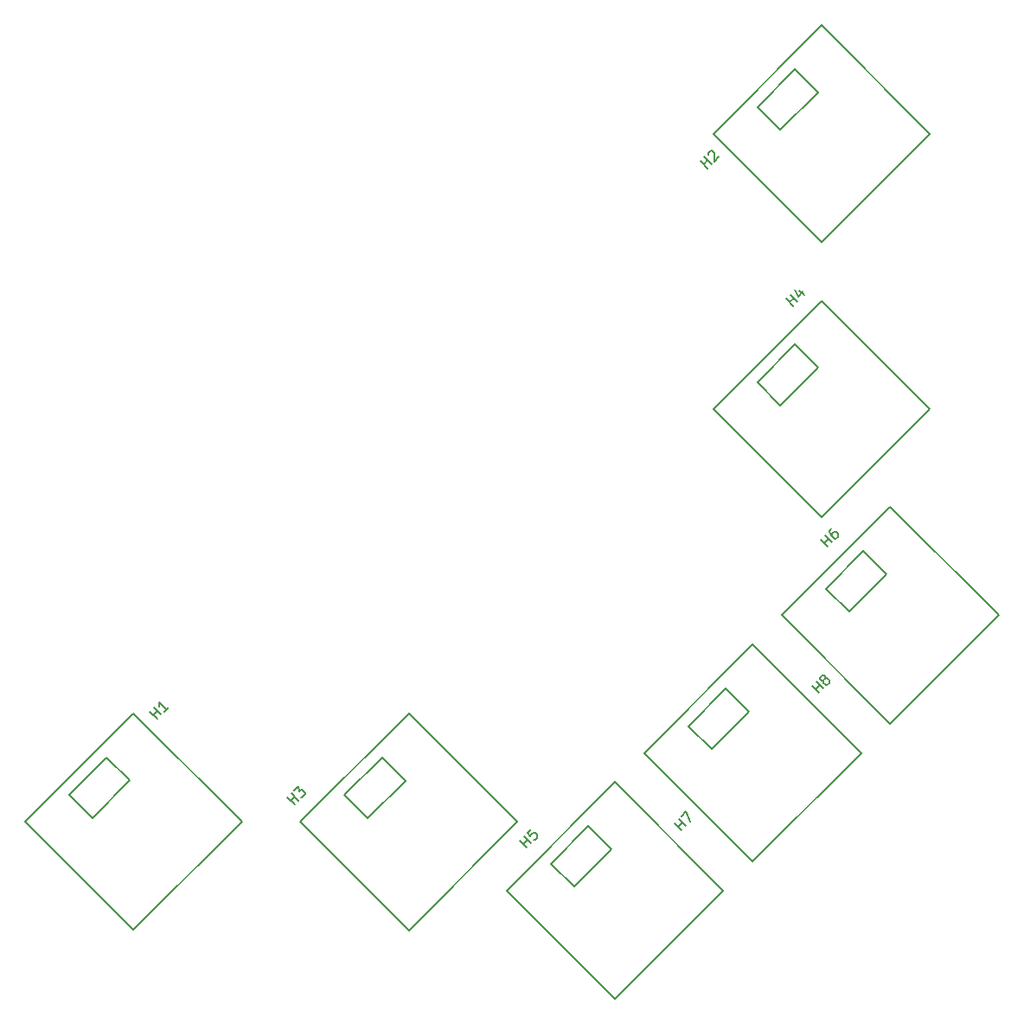
<source format=gbr>
G04 #@! TF.GenerationSoftware,KiCad,Pcbnew,8.0.5*
G04 #@! TF.CreationDate,2024-09-18T07:32:08+09:00*
G04 #@! TF.ProjectId,SandyLP_Middle,53616e64-794c-4505-9f4d-6964646c652e,v.0*
G04 #@! TF.SameCoordinates,Original*
G04 #@! TF.FileFunction,AssemblyDrawing,Top*
%FSLAX46Y46*%
G04 Gerber Fmt 4.6, Leading zero omitted, Abs format (unit mm)*
G04 Created by KiCad (PCBNEW 8.0.5) date 2024-09-18 07:32:08*
%MOMM*%
%LPD*%
G01*
G04 APERTURE LIST*
%ADD10C,0.150000*%
G04 APERTURE END LIST*
D10*
X175923644Y-23694520D02*
X175216537Y-22987413D01*
X175553255Y-23324131D02*
X175957316Y-22920070D01*
X176327705Y-23290459D02*
X175620598Y-22583352D01*
X175990988Y-22347650D02*
X175990988Y-22280307D01*
X175990988Y-22280307D02*
X176024659Y-22179291D01*
X176024659Y-22179291D02*
X176193018Y-22010933D01*
X176193018Y-22010933D02*
X176294033Y-21977261D01*
X176294033Y-21977261D02*
X176361377Y-21977261D01*
X176361377Y-21977261D02*
X176462392Y-22010933D01*
X176462392Y-22010933D02*
X176529736Y-22078276D01*
X176529736Y-22078276D02*
X176597079Y-22212963D01*
X176597079Y-22212963D02*
X176597079Y-23021085D01*
X176597079Y-23021085D02*
X177034812Y-22583352D01*
X184342634Y-37164905D02*
X183635527Y-36457798D01*
X183972245Y-36794516D02*
X184376306Y-36390455D01*
X184746695Y-36760844D02*
X184039588Y-36053737D01*
X184915054Y-35649676D02*
X185386458Y-36121081D01*
X184477321Y-35548661D02*
X184814039Y-36222096D01*
X184814039Y-36222096D02*
X185251771Y-35784363D01*
X187710230Y-60738077D02*
X187003123Y-60030970D01*
X187339841Y-60367688D02*
X187743902Y-59963627D01*
X188114291Y-60334016D02*
X187407184Y-59626909D01*
X188046948Y-58987146D02*
X187912261Y-59121833D01*
X187912261Y-59121833D02*
X187878589Y-59222848D01*
X187878589Y-59222848D02*
X187878589Y-59290192D01*
X187878589Y-59290192D02*
X187912261Y-59458551D01*
X187912261Y-59458551D02*
X188013276Y-59626909D01*
X188013276Y-59626909D02*
X188282650Y-59896283D01*
X188282650Y-59896283D02*
X188383665Y-59929955D01*
X188383665Y-59929955D02*
X188451009Y-59929955D01*
X188451009Y-59929955D02*
X188552024Y-59896283D01*
X188552024Y-59896283D02*
X188686711Y-59761596D01*
X188686711Y-59761596D02*
X188720383Y-59660581D01*
X188720383Y-59660581D02*
X188720383Y-59593238D01*
X188720383Y-59593238D02*
X188686711Y-59492222D01*
X188686711Y-59492222D02*
X188518352Y-59323864D01*
X188518352Y-59323864D02*
X188417337Y-59290192D01*
X188417337Y-59290192D02*
X188349993Y-59290192D01*
X188349993Y-59290192D02*
X188248978Y-59323864D01*
X188248978Y-59323864D02*
X188114291Y-59458551D01*
X188114291Y-59458551D02*
X188080619Y-59559566D01*
X188080619Y-59559566D02*
X188080619Y-59626909D01*
X188080619Y-59626909D02*
X188114291Y-59727925D01*
X173397947Y-88520744D02*
X172690840Y-87813637D01*
X173027558Y-88150355D02*
X173431619Y-87746294D01*
X173802008Y-88116683D02*
X173094901Y-87409576D01*
X173364275Y-87140202D02*
X173835680Y-86668798D01*
X173835680Y-86668798D02*
X174239741Y-87678950D01*
X158243765Y-90204542D02*
X157536658Y-89497435D01*
X157873376Y-89834153D02*
X158277437Y-89430092D01*
X158647826Y-89800481D02*
X157940719Y-89093374D01*
X158614154Y-88419939D02*
X158277437Y-88756657D01*
X158277437Y-88756657D02*
X158580483Y-89127046D01*
X158580483Y-89127046D02*
X158580483Y-89059703D01*
X158580483Y-89059703D02*
X158614154Y-88958687D01*
X158614154Y-88958687D02*
X158782513Y-88790329D01*
X158782513Y-88790329D02*
X158883528Y-88756657D01*
X158883528Y-88756657D02*
X158950872Y-88756657D01*
X158950872Y-88756657D02*
X159051887Y-88790329D01*
X159051887Y-88790329D02*
X159220246Y-88958687D01*
X159220246Y-88958687D02*
X159253918Y-89059703D01*
X159253918Y-89059703D02*
X159253918Y-89127046D01*
X159253918Y-89127046D02*
X159220246Y-89228061D01*
X159220246Y-89228061D02*
X159051887Y-89396420D01*
X159051887Y-89396420D02*
X158950872Y-89430092D01*
X158950872Y-89430092D02*
X158883528Y-89430092D01*
X186868331Y-75050360D02*
X186161224Y-74343253D01*
X186497942Y-74679971D02*
X186902003Y-74275910D01*
X187272392Y-74646299D02*
X186565285Y-73939192D01*
X187306064Y-73804505D02*
X187205049Y-73838177D01*
X187205049Y-73838177D02*
X187137705Y-73838177D01*
X187137705Y-73838177D02*
X187036690Y-73804505D01*
X187036690Y-73804505D02*
X187003018Y-73770834D01*
X187003018Y-73770834D02*
X186969346Y-73669818D01*
X186969346Y-73669818D02*
X186969346Y-73602475D01*
X186969346Y-73602475D02*
X187003018Y-73501460D01*
X187003018Y-73501460D02*
X187137705Y-73366773D01*
X187137705Y-73366773D02*
X187238720Y-73333101D01*
X187238720Y-73333101D02*
X187306064Y-73333101D01*
X187306064Y-73333101D02*
X187407079Y-73366773D01*
X187407079Y-73366773D02*
X187440751Y-73400444D01*
X187440751Y-73400444D02*
X187474423Y-73501460D01*
X187474423Y-73501460D02*
X187474423Y-73568803D01*
X187474423Y-73568803D02*
X187440751Y-73669818D01*
X187440751Y-73669818D02*
X187306064Y-73804505D01*
X187306064Y-73804505D02*
X187272392Y-73905521D01*
X187272392Y-73905521D02*
X187272392Y-73972864D01*
X187272392Y-73972864D02*
X187306064Y-74073879D01*
X187306064Y-74073879D02*
X187440751Y-74208566D01*
X187440751Y-74208566D02*
X187541766Y-74242238D01*
X187541766Y-74242238D02*
X187609110Y-74242238D01*
X187609110Y-74242238D02*
X187710125Y-74208566D01*
X187710125Y-74208566D02*
X187844812Y-74073879D01*
X187844812Y-74073879D02*
X187878484Y-73972864D01*
X187878484Y-73972864D02*
X187878484Y-73905521D01*
X187878484Y-73905521D02*
X187844812Y-73804505D01*
X187844812Y-73804505D02*
X187710125Y-73669818D01*
X187710125Y-73669818D02*
X187609110Y-73636147D01*
X187609110Y-73636147D02*
X187541766Y-73636147D01*
X187541766Y-73636147D02*
X187440751Y-73669818D01*
X122042107Y-77576057D02*
X121335000Y-76868950D01*
X121671718Y-77205668D02*
X122075779Y-76801607D01*
X122446168Y-77171996D02*
X121739061Y-76464889D01*
X123153275Y-76464889D02*
X122749214Y-76868950D01*
X122951244Y-76666920D02*
X122244138Y-75959813D01*
X122244138Y-75959813D02*
X122277809Y-76128172D01*
X122277809Y-76128172D02*
X122277809Y-76262859D01*
X122277809Y-76262859D02*
X122244138Y-76363874D01*
X135512492Y-85995047D02*
X134805385Y-85287940D01*
X135142103Y-85624658D02*
X135546164Y-85220597D01*
X135916553Y-85590986D02*
X135209446Y-84883879D01*
X135478820Y-84614505D02*
X135916553Y-84176773D01*
X135916553Y-84176773D02*
X135950225Y-84681849D01*
X135950225Y-84681849D02*
X136051240Y-84580834D01*
X136051240Y-84580834D02*
X136152255Y-84547162D01*
X136152255Y-84547162D02*
X136219599Y-84547162D01*
X136219599Y-84547162D02*
X136320614Y-84580834D01*
X136320614Y-84580834D02*
X136488973Y-84749192D01*
X136488973Y-84749192D02*
X136522645Y-84850208D01*
X136522645Y-84850208D02*
X136522645Y-84917551D01*
X136522645Y-84917551D02*
X136488973Y-85018566D01*
X136488973Y-85018566D02*
X136286942Y-85220597D01*
X136286942Y-85220597D02*
X136185927Y-85254269D01*
X136185927Y-85254269D02*
X136118584Y-85254269D01*
X183214064Y-67454815D02*
X193820666Y-56848213D01*
X193820666Y-78061417D02*
X183214064Y-67454815D01*
X189790157Y-67101262D02*
X187527416Y-64838520D01*
X189790157Y-67101262D02*
X193467113Y-63424306D01*
X191204371Y-61161565D02*
X187527416Y-64838520D01*
X193467113Y-63424306D02*
X191204371Y-61161565D01*
X193820666Y-56848213D02*
X204427268Y-67454815D01*
X204427268Y-67454815D02*
X193820666Y-78061417D01*
X176478872Y-20308470D02*
X187085474Y-9701868D01*
X187085474Y-30915072D02*
X176478872Y-20308470D01*
X183054965Y-19954917D02*
X180792224Y-17692175D01*
X183054965Y-19954917D02*
X186731921Y-16277961D01*
X184469179Y-14015220D02*
X180792224Y-17692175D01*
X186731921Y-16277961D02*
X184469179Y-14015220D01*
X187085474Y-9701868D02*
X197692076Y-20308470D01*
X197692076Y-20308470D02*
X187085474Y-30915072D01*
X136085426Y-87678097D02*
X146692028Y-77071495D01*
X146692028Y-98284699D02*
X136085426Y-87678097D01*
X142661519Y-87324544D02*
X140398778Y-85061802D01*
X142661519Y-87324544D02*
X146338475Y-83647588D01*
X144075733Y-81384847D02*
X140398778Y-85061802D01*
X146338475Y-83647588D02*
X144075733Y-81384847D01*
X146692028Y-77071495D02*
X157298630Y-87678097D01*
X157298630Y-87678097D02*
X146692028Y-98284699D01*
X176478872Y-47249239D02*
X187085474Y-36642637D01*
X187085474Y-57855841D02*
X176478872Y-47249239D01*
X183054965Y-46895686D02*
X180792224Y-44632944D01*
X183054965Y-46895686D02*
X186731921Y-43218730D01*
X184469179Y-40955989D02*
X180792224Y-44632944D01*
X186731921Y-43218730D02*
X184469179Y-40955989D01*
X187085474Y-36642637D02*
X197692076Y-47249239D01*
X197692076Y-47249239D02*
X187085474Y-57855841D01*
X109126951Y-87660391D02*
X119733553Y-77053789D01*
X119733553Y-98266993D02*
X109126951Y-87660391D01*
X115703044Y-87306838D02*
X113440303Y-85044096D01*
X115703044Y-87306838D02*
X119380000Y-83629882D01*
X117117258Y-81367141D02*
X113440303Y-85044096D01*
X119380000Y-83629882D02*
X117117258Y-81367141D01*
X119733553Y-77053789D02*
X130340155Y-87660391D01*
X130340155Y-87660391D02*
X119733553Y-98266993D01*
X156273296Y-94395583D02*
X166879898Y-83788981D01*
X166879898Y-105002185D02*
X156273296Y-94395583D01*
X162849389Y-94042030D02*
X160586648Y-91779288D01*
X162849389Y-94042030D02*
X166526345Y-90365074D01*
X164263603Y-88102333D02*
X160586648Y-91779288D01*
X166526345Y-90365074D02*
X164263603Y-88102333D01*
X166879898Y-83788981D02*
X177486500Y-94395583D01*
X177486500Y-94395583D02*
X166879898Y-105002185D01*
X169743680Y-80925199D02*
X180350282Y-70318597D01*
X180350282Y-91531801D02*
X169743680Y-80925199D01*
X176319773Y-80571646D02*
X174057032Y-78308904D01*
X176319773Y-80571646D02*
X179996729Y-76894690D01*
X177733987Y-74631949D02*
X174057032Y-78308904D01*
X179996729Y-76894690D02*
X177733987Y-74631949D01*
X180350282Y-70318597D02*
X190956884Y-80925199D01*
X190956884Y-80925199D02*
X180350282Y-91531801D01*
M02*

</source>
